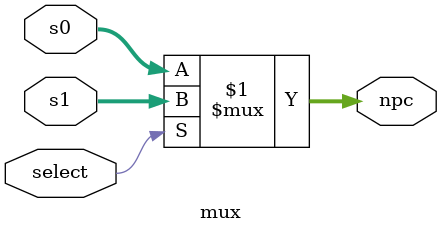
<source format=v>
`timescale 1ns / 1ps

// Description: The MUX will receive a value from the incrementor and the value 
// calculated from stage 3 the execution of the simulation. Then it will use select
// to determine the output value from the result of the instruction memory module.

//////////////////////////////////////////////////////////////////////////////////


module mux(
    output wire [31:0] npc,      //Output of multiplexor module
    input wire [31:0] s0, s1,   //Input from incremented module and ex_npc
    input wire select           //Selects an input
    );
    
/*
    If select is high then npc = s1
    If select is low then npc = s0
*/
assign npc = select ? s1:s0;

endmodule

</source>
